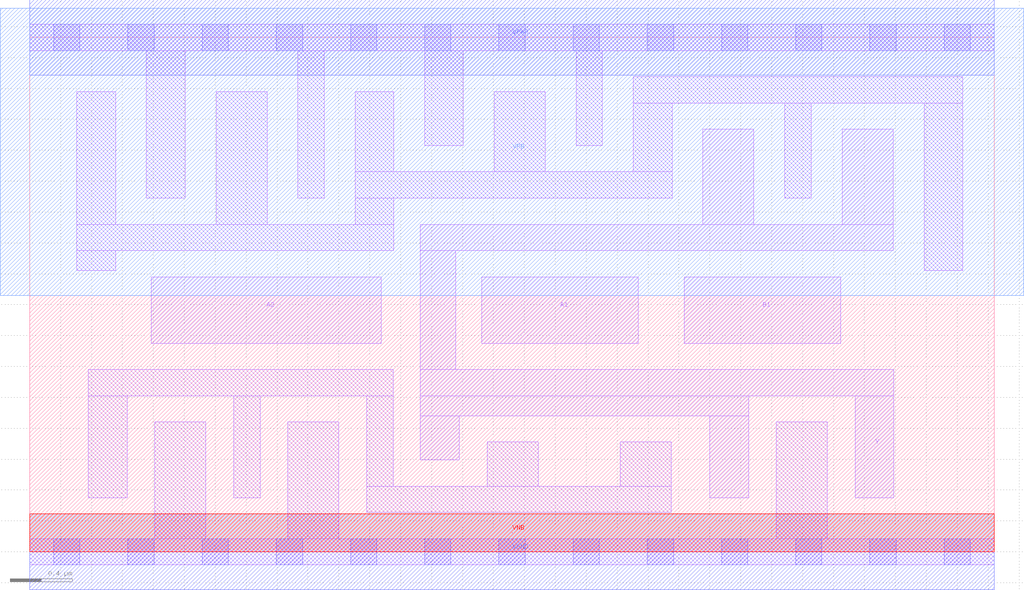
<source format=lef>
# Copyright 2020 The SkyWater PDK Authors
#
# Licensed under the Apache License, Version 2.0 (the "License");
# you may not use this file except in compliance with the License.
# You may obtain a copy of the License at
#
#     https://www.apache.org/licenses/LICENSE-2.0
#
# Unless required by applicable law or agreed to in writing, software
# distributed under the License is distributed on an "AS IS" BASIS,
# WITHOUT WARRANTIES OR CONDITIONS OF ANY KIND, either express or implied.
# See the License for the specific language governing permissions and
# limitations under the License.
#
# SPDX-License-Identifier: Apache-2.0

VERSION 5.7 ;
  NOWIREEXTENSIONATPIN ON ;
  DIVIDERCHAR "/" ;
  BUSBITCHARS "[]" ;
MACRO sky130_fd_sc_ls__a21oi_4
  CLASS CORE ;
  FOREIGN sky130_fd_sc_ls__a21oi_4 ;
  ORIGIN  0.000000  0.000000 ;
  SIZE  6.240000 BY  3.330000 ;
  SYMMETRY X Y ;
  SITE unit ;
  PIN A1
    ANTENNAGATEAREA  1.116000 ;
    DIRECTION INPUT ;
    USE SIGNAL ;
    PORT
      LAYER li1 ;
        RECT 2.925000 1.350000 3.935000 1.780000 ;
    END
  END A1
  PIN A2
    ANTENNAGATEAREA  1.116000 ;
    DIRECTION INPUT ;
    USE SIGNAL ;
    PORT
      LAYER li1 ;
        RECT 0.785000 1.350000 2.275000 1.780000 ;
    END
  END A2
  PIN B1
    ANTENNAGATEAREA  0.894000 ;
    DIRECTION INPUT ;
    USE SIGNAL ;
    PORT
      LAYER li1 ;
        RECT 4.235000 1.350000 5.245000 1.780000 ;
    END
  END B1
  PIN VNB
    PORT
      LAYER pwell ;
        RECT 0.000000 0.000000 6.240000 0.245000 ;
    END
  END VNB
  PIN VPB
    PORT
      LAYER nwell ;
        RECT -0.190000 1.660000 6.430000 3.520000 ;
    END
  END VPB
  PIN Y
    ANTENNADIFFAREA  1.478600 ;
    DIRECTION OUTPUT ;
    USE SIGNAL ;
    PORT
      LAYER li1 ;
        RECT 2.525000 0.595000 2.780000 0.880000 ;
        RECT 2.525000 0.880000 4.650000 1.010000 ;
        RECT 2.525000 1.010000 5.590000 1.180000 ;
        RECT 2.525000 1.180000 2.755000 1.950000 ;
        RECT 2.525000 1.950000 5.585000 2.120000 ;
        RECT 4.355000 2.120000 4.685000 2.735000 ;
        RECT 4.400000 0.350000 4.650000 0.880000 ;
        RECT 5.255000 2.120000 5.585000 2.735000 ;
        RECT 5.340000 0.350000 5.590000 1.010000 ;
    END
  END Y
  PIN VGND
    DIRECTION INOUT ;
    SHAPE ABUTMENT ;
    USE GROUND ;
    PORT
      LAYER met1 ;
        RECT 0.000000 -0.245000 6.240000 0.245000 ;
    END
  END VGND
  PIN VPWR
    DIRECTION INOUT ;
    SHAPE ABUTMENT ;
    USE POWER ;
    PORT
      LAYER met1 ;
        RECT 0.000000 3.085000 6.240000 3.575000 ;
    END
  END VPWR
  OBS
    LAYER li1 ;
      RECT 0.000000 -0.085000 6.240000 0.085000 ;
      RECT 0.000000  3.245000 6.240000 3.415000 ;
      RECT 0.305000  1.820000 0.555000 1.950000 ;
      RECT 0.305000  1.950000 2.355000 2.120000 ;
      RECT 0.305000  2.120000 0.555000 2.980000 ;
      RECT 0.380000  0.350000 0.630000 1.010000 ;
      RECT 0.380000  1.010000 2.350000 1.180000 ;
      RECT 0.755000  2.290000 1.005000 3.245000 ;
      RECT 0.810000  0.085000 1.140000 0.840000 ;
      RECT 1.205000  2.120000 1.535000 2.980000 ;
      RECT 1.320000  0.350000 1.490000 1.010000 ;
      RECT 1.670000  0.085000 2.000000 0.840000 ;
      RECT 1.735000  2.290000 1.905000 3.245000 ;
      RECT 2.105000  2.120000 2.355000 2.290000 ;
      RECT 2.105000  2.290000 4.155000 2.460000 ;
      RECT 2.105000  2.460000 2.355000 2.980000 ;
      RECT 2.180000  0.255000 4.150000 0.425000 ;
      RECT 2.180000  0.425000 2.350000 1.010000 ;
      RECT 2.555000  2.630000 2.805000 3.245000 ;
      RECT 2.960000  0.425000 3.290000 0.710000 ;
      RECT 3.005000  2.460000 3.335000 2.980000 ;
      RECT 3.535000  2.630000 3.705000 3.245000 ;
      RECT 3.820000  0.425000 4.150000 0.710000 ;
      RECT 3.905000  2.460000 4.155000 2.905000 ;
      RECT 3.905000  2.905000 6.035000 3.075000 ;
      RECT 4.830000  0.085000 5.160000 0.840000 ;
      RECT 4.885000  2.290000 5.055000 2.905000 ;
      RECT 5.785000  1.820000 6.035000 2.905000 ;
    LAYER mcon ;
      RECT 0.155000 -0.085000 0.325000 0.085000 ;
      RECT 0.155000  3.245000 0.325000 3.415000 ;
      RECT 0.635000 -0.085000 0.805000 0.085000 ;
      RECT 0.635000  3.245000 0.805000 3.415000 ;
      RECT 1.115000 -0.085000 1.285000 0.085000 ;
      RECT 1.115000  3.245000 1.285000 3.415000 ;
      RECT 1.595000 -0.085000 1.765000 0.085000 ;
      RECT 1.595000  3.245000 1.765000 3.415000 ;
      RECT 2.075000 -0.085000 2.245000 0.085000 ;
      RECT 2.075000  3.245000 2.245000 3.415000 ;
      RECT 2.555000 -0.085000 2.725000 0.085000 ;
      RECT 2.555000  3.245000 2.725000 3.415000 ;
      RECT 3.035000 -0.085000 3.205000 0.085000 ;
      RECT 3.035000  3.245000 3.205000 3.415000 ;
      RECT 3.515000 -0.085000 3.685000 0.085000 ;
      RECT 3.515000  3.245000 3.685000 3.415000 ;
      RECT 3.995000 -0.085000 4.165000 0.085000 ;
      RECT 3.995000  3.245000 4.165000 3.415000 ;
      RECT 4.475000 -0.085000 4.645000 0.085000 ;
      RECT 4.475000  3.245000 4.645000 3.415000 ;
      RECT 4.955000 -0.085000 5.125000 0.085000 ;
      RECT 4.955000  3.245000 5.125000 3.415000 ;
      RECT 5.435000 -0.085000 5.605000 0.085000 ;
      RECT 5.435000  3.245000 5.605000 3.415000 ;
      RECT 5.915000 -0.085000 6.085000 0.085000 ;
      RECT 5.915000  3.245000 6.085000 3.415000 ;
  END
END sky130_fd_sc_ls__a21oi_4
END LIBRARY

</source>
